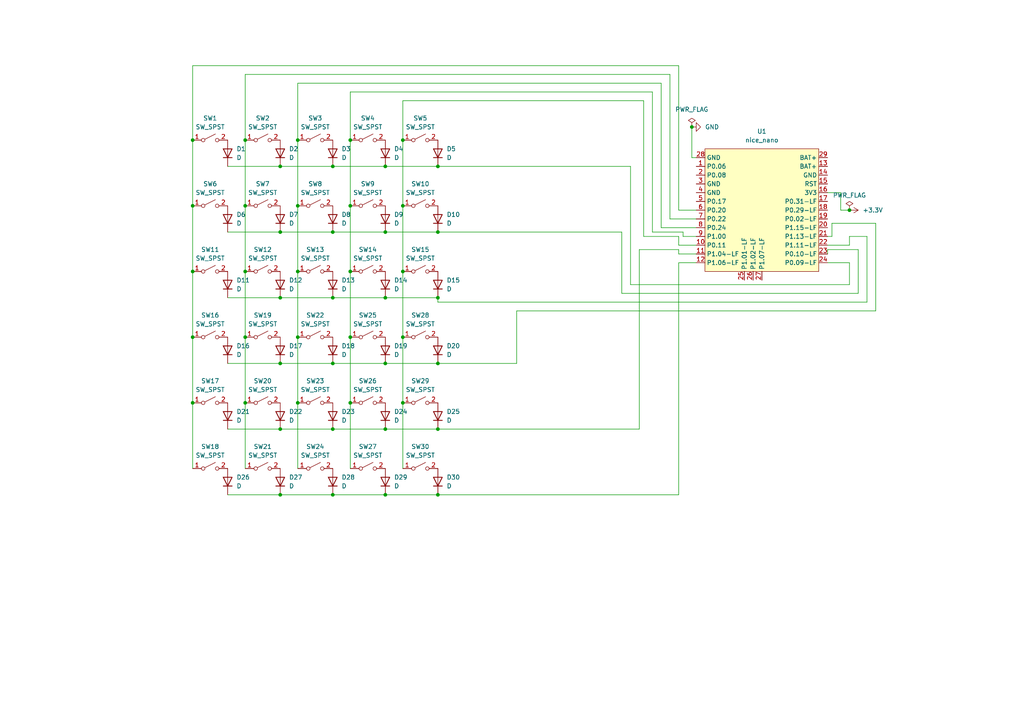
<source format=kicad_sch>
(kicad_sch (version 20231120) (generator "eeschema") (generator_version "8.0")
  (paper "A4")
  (lib_symbols
    (symbol "Device:D" (pin_numbers hide) (pin_names (offset 1.016) hide)
      (property "Reference" "D" (at 0 2.54 0))
      (property "Value" "D" (at 0 -2.54 0))
      (symbol "D_0_1"
        (polyline (pts (xy -1.27 1.27) (xy -1.27 -1.27)) (stroke (width 0.254)))
        (polyline (pts (xy 1.27 0) (xy -1.27 0)))
        (polyline (pts (xy 1.27 1.27) (xy 1.27 -1.27) (xy -1.27 0) (xy 1.27 1.27)) (stroke (width 0.254)))
      )
      (symbol "D_1_1"
        (pin passive line (at -3.81 0 0) (length 2.54) (name "K") (number "1"))
        (pin passive line (at 3.81 0 180) (length 2.54) (name "A") (number "2"))
      )
    )
    (symbol "ProMicro Footprint:nice_nano" (in_bom no)
      (property "Reference" "U" (at 0 22.86 0))
      (property "Value" "nice_nano" (at 0 20.32 0))
      (symbol "nice_nano_0_0"
        (pin bidirectional line (at -19.05 13.97 0) (length 2.54) (name "P0.06") (number "1"))
        (pin bidirectional line (at -19.05 -8.89 0) (length 2.54) (name "P0.11") (number "10"))
        (pin bidirectional line (at -19.05 -11.43 0) (length 2.54) (name "P1.04-LF") (number "11"))
        (pin bidirectional line (at -19.05 -13.97 0) (length 2.54) (name "P1.06-LF") (number "12"))
        (pin power_out line (at 19.05 11.43 180) (length 2.54) (name "GND") (number "14"))
        (pin bidirectional line (at 19.05 8.89 180) (length 2.54) (name "RST") (number "15"))
        (pin bidirectional line (at 19.05 3.81 180) (length 2.54) (name "P0.31-LF") (number "17"))
        (pin bidirectional line (at 19.05 1.27 180) (length 2.54) (name "P0.29-LF") (number "18"))
        (pin bidirectional line (at 19.05 -1.27 180) (length 2.54) (name "P0.02-LF") (number "19"))
        (pin bidirectional line (at -19.05 11.43 0) (length 2.54) (name "P0.08") (number "2"))
        (pin bidirectional line (at 19.05 -3.81 180) (length 2.54) (name "P1.15-LF") (number "20"))
        (pin bidirectional line (at 19.05 -6.35 180) (length 2.54) (name "P1.13-LF") (number "21"))
        (pin bidirectional line (at 19.05 -8.89 180) (length 2.54) (name "P1.11-LF") (number "22"))
        (pin bidirectional line (at 19.05 -13.97 180) (length 2.54) (name "P0.09-LF") (number "24"))
        (pin power_out line (at -19.05 8.89 0) (length 2.54) (name "GND") (number "3"))
        (pin power_out line (at -19.05 6.35 0) (length 2.54) (name "GND") (number "4"))
        (pin bidirectional line (at -19.05 3.81 0) (length 2.54) (name "P0.17") (number "5"))
        (pin bidirectional line (at -19.05 1.27 0) (length 2.54) (name "P0.20") (number "6"))
        (pin bidirectional line (at -19.05 -1.27 0) (length 2.54) (name "P0.22") (number "7"))
        (pin bidirectional line (at -19.05 -3.81 0) (length 2.54) (name "P0.24") (number "8"))
        (pin bidirectional line (at -19.05 -6.35 0) (length 2.54) (name "P1.00") (number "9"))
      )
      (symbol "nice_nano_1_0"
        (pin power_out line (at 19.05 13.97 180) (length 2.54) (name "BAT+") (number "13"))
        (pin power_out line (at 19.05 6.35 180) (length 2.54) (name "3V3") (number "16"))
        (pin bidirectional line (at 19.05 -11.43 180) (length 2.54) (name "P0.10-LF") (number "23"))
        (pin bidirectional line (at -5.08 -19.05 90) (length 2.54) (name "P1.01-LF") (number "25"))
        (pin bidirectional line (at -2.54 -19.05 90) (length 2.54) (name "P1.02-LF") (number "26"))
        (pin bidirectional line (at 0 -19.05 90) (length 2.54) (name "P1.07-LF") (number "27"))
        (pin power_out line (at -19.05 16.51 0) (length 2.54) (name "GND") (number "28"))
        (pin power_out line (at 19.05 16.51 180) (length 2.54) (name "BAT+") (number "29"))
      )
      (symbol "nice_nano_1_1"
        (rectangle (start -16.51 19.05) (end 16.51 -16.51) (fill (type background)))
      )
    )
    (symbol "Switch:SW_SPST" (pin_names (offset 0) hide)
      (property "Reference" "SW" (at 0 3.175 0))
      (property "Value" "SW_SPST" (at 0 -2.54 0))
      (symbol "SW_SPST_0_0"
        (circle (center -2.032 0) (radius 0.508))
        (polyline (pts (xy -1.524 0.254) (xy 1.524 1.778)))
        (circle (center 2.032 0) (radius 0.508))
      )
      (symbol "SW_SPST_1_1"
        (pin passive line (at -5.08 0 0) (length 2.54) (name "A") (number "1"))
        (pin passive line (at 5.08 0 180) (length 2.54) (name "B") (number "2"))
      )
    )
    (symbol "power:+3.3V" (power) (pin_numbers hide) (pin_names (offset 0) hide)
      (property "Value" "+3.3V" (at 0 3.556 0))
      (symbol "+3.3V_0_1"
        (polyline (pts (xy -0.762 1.27) (xy 0 2.54)))
        (polyline (pts (xy 0 0) (xy 0 2.54)))
        (polyline (pts (xy 0 2.54) (xy 0.762 1.27)))
      )
      (symbol "+3.3V_1_1"
        (pin power_in line (at 0 0 90) (length 0) (name "~") (number "1"))
      )
    )
    (symbol "power:GND" (power) (pin_numbers hide) (pin_names (offset 0) hide)
      (property "Value" "GND" (at 0 -3.81 0))
      (symbol "GND_0_1"
        (polyline (pts (xy 0 0) (xy 0 -1.27) (xy 1.27 -1.27) (xy 0 -2.54) (xy -1.27 -1.27) (xy 0 -1.27)))
      )
      (symbol "GND_1_1"
        (pin power_in line (at 0 0 270) (length 0) (name "~") (number "1"))
      )
    )
    (symbol "power:PWR_FLAG" (power) (pin_numbers hide) (pin_names (offset 0) hide)
      (property "Value" "PWR_FLAG" (at 0 3.81 0))
      (symbol "PWR_FLAG_0_0"
        (pin power_out line (at 0 0 90) (length 0) (name "~") (number "1"))
      )
      (symbol "PWR_FLAG_0_1"
        (polyline (pts (xy 0 0) (xy 0 1.27) (xy -1.016 1.905) (xy 0 2.54) (xy 1.016 1.905) (xy 0 1.27)))
      )
    )
  )
  (junction (at 55.88 97.79))
  (junction (at 127 67.31))
  (junction (at 111.76 105.41))
  (junction (at 116.84 59.69))
  (junction (at 86.36 59.69))
  (junction (at 86.36 116.84))
  (junction (at 71.12 78.74))
  (junction (at 96.52 48.26))
  (junction (at 81.28 124.46))
  (junction (at 127 86.36))
  (junction (at 111.76 124.46))
  (junction (at 111.76 86.36))
  (junction (at 81.28 143.51))
  (junction (at 81.28 86.36))
  (junction (at 116.84 78.74))
  (junction (at 86.36 40.64))
  (junction (at 101.6 116.84))
  (junction (at 96.52 67.31))
  (junction (at 111.76 67.31))
  (junction (at 71.12 116.84))
  (junction (at 116.84 116.84))
  (junction (at 96.52 86.36))
  (junction (at 116.84 97.79))
  (junction (at 101.6 59.69))
  (junction (at 96.52 124.46))
  (junction (at 200.66 36.83))
  (junction (at 111.76 143.51))
  (junction (at 71.12 97.79))
  (junction (at 71.12 40.64))
  (junction (at 86.36 97.79))
  (junction (at 71.12 59.69))
  (junction (at 127 143.51))
  (junction (at 96.52 105.41))
  (junction (at 111.76 48.26))
  (junction (at 86.36 78.74))
  (junction (at 127 124.46))
  (junction (at 246.38 60.96))
  (junction (at 127 105.41))
  (junction (at 55.88 40.64))
  (junction (at 81.28 105.41))
  (junction (at 101.6 97.79))
  (junction (at 55.88 59.69))
  (junction (at 96.52 143.51))
  (junction (at 127 48.26))
  (junction (at 55.88 116.84))
  (junction (at 116.84 40.64))
  (junction (at 81.28 67.31))
  (junction (at 55.88 78.74))
  (junction (at 101.6 40.64))
  (junction (at 81.28 48.26))
  (junction (at 101.6 78.74))
  (wire (pts (xy 240.03 72.39) (xy 248.92 72.39)))
  (wire (pts (xy 182.88 82.55) (xy 182.88 48.26)))
  (wire (pts (xy 86.36 116.84) (xy 86.36 135.89)))
  (wire (pts (xy 201.93 60.96) (xy 196.85 60.96)))
  (wire (pts (xy 116.84 116.84) (xy 116.84 135.89)))
  (wire (pts (xy 243.84 55.88) (xy 243.84 60.96)))
  (wire (pts (xy 196.85 71.12) (xy 196.85 68.58)))
  (wire (pts (xy 191.77 66.04) (xy 201.93 66.04)))
  (wire (pts (xy 71.12 97.79) (xy 71.12 116.84)))
  (wire (pts (xy 186.69 68.58) (xy 186.69 29.21)))
  (wire (pts (xy 251.46 68.58) (xy 251.46 87.63)))
  (wire (pts (xy 246.38 76.2) (xy 246.38 82.55)))
  (wire (pts (xy 185.42 124.46) (xy 127 124.46)))
  (wire (pts (xy 243.84 60.96) (xy 246.38 60.96)))
  (wire (pts (xy 198.12 68.58) (xy 198.12 67.31)))
  (wire (pts (xy 66.04 48.26) (xy 81.28 48.26)))
  (wire (pts (xy 66.04 143.51) (xy 81.28 143.51)))
  (wire (pts (xy 196.85 68.58) (xy 186.69 68.58)))
  (wire (pts (xy 240.03 55.88) (xy 243.84 55.88)))
  (wire (pts (xy 116.84 78.74) (xy 116.84 97.79)))
  (wire (pts (xy 240.03 72.39) (xy 240.03 73.66)))
  (wire (pts (xy 81.28 48.26) (xy 96.52 48.26)))
  (wire (pts (xy 55.88 116.84) (xy 55.88 135.89)))
  (wire (pts (xy 200.66 45.72) (xy 201.93 45.72)))
  (wire (pts (xy 66.04 67.31) (xy 81.28 67.31)))
  (wire (pts (xy 111.76 105.41) (xy 127 105.41)))
  (wire (pts (xy 246.38 71.12) (xy 246.38 68.58)))
  (wire (pts (xy 196.85 19.05) (xy 55.88 19.05)))
  (wire (pts (xy 189.23 26.67) (xy 101.6 26.67)))
  (wire (pts (xy 81.28 86.36) (xy 96.52 86.36)))
  (wire (pts (xy 246.38 82.55) (xy 182.88 82.55)))
  (wire (pts (xy 101.6 116.84) (xy 101.6 135.89)))
  (wire (pts (xy 191.77 24.13) (xy 191.77 66.04)))
  (wire (pts (xy 254 64.77) (xy 254 90.17)))
  (wire (pts (xy 241.3 64.77) (xy 241.3 68.58)))
  (wire (pts (xy 66.04 124.46) (xy 81.28 124.46)))
  (wire (pts (xy 55.88 59.69) (xy 55.88 78.74)))
  (wire (pts (xy 55.88 97.79) (xy 55.88 116.84)))
  (wire (pts (xy 196.85 76.2) (xy 201.93 76.2)))
  (wire (pts (xy 194.31 21.59) (xy 71.12 21.59)))
  (wire (pts (xy 111.76 48.26) (xy 127 48.26)))
  (wire (pts (xy 241.3 64.77) (xy 254 64.77)))
  (wire (pts (xy 201.93 73.66) (xy 196.85 73.66)))
  (wire (pts (xy 198.12 67.31) (xy 189.23 67.31)))
  (wire (pts (xy 196.85 19.05) (xy 196.85 60.96)))
  (wire (pts (xy 96.52 48.26) (xy 111.76 48.26)))
  (wire (pts (xy 111.76 86.36) (xy 127 86.36)))
  (wire (pts (xy 194.31 63.5) (xy 201.93 63.5)))
  (wire (pts (xy 55.88 19.05) (xy 55.88 40.64)))
  (wire (pts (xy 81.28 105.41) (xy 96.52 105.41)))
  (wire (pts (xy 116.84 97.79) (xy 116.84 116.84)))
  (wire (pts (xy 71.12 116.84) (xy 71.12 135.89)))
  (wire (pts (xy 189.23 26.67) (xy 189.23 67.31)))
  (wire (pts (xy 185.42 72.39) (xy 185.42 124.46)))
  (wire (pts (xy 71.12 59.69) (xy 71.12 78.74)))
  (wire (pts (xy 116.84 29.21) (xy 116.84 40.64)))
  (wire (pts (xy 66.04 105.41) (xy 81.28 105.41)))
  (wire (pts (xy 101.6 97.79) (xy 101.6 116.84)))
  (wire (pts (xy 186.69 29.21) (xy 116.84 29.21)))
  (wire (pts (xy 191.77 24.13) (xy 86.36 24.13)))
  (wire (pts (xy 180.34 67.31) (xy 127 67.31)))
  (wire (pts (xy 55.88 78.74) (xy 55.88 97.79)))
  (wire (pts (xy 251.46 87.63) (xy 127 87.63)))
  (wire (pts (xy 101.6 78.74) (xy 101.6 97.79)))
  (wire (pts (xy 96.52 67.31) (xy 111.76 67.31)))
  (wire (pts (xy 81.28 124.46) (xy 96.52 124.46)))
  (wire (pts (xy 96.52 143.51) (xy 111.76 143.51)))
  (wire (pts (xy 101.6 26.67) (xy 101.6 40.64)))
  (wire (pts (xy 101.6 40.64) (xy 101.6 59.69)))
  (wire (pts (xy 246.38 68.58) (xy 251.46 68.58)))
  (wire (pts (xy 96.52 105.41) (xy 111.76 105.41)))
  (wire (pts (xy 55.88 40.64) (xy 55.88 59.69)))
  (wire (pts (xy 194.31 21.59) (xy 194.31 63.5)))
  (wire (pts (xy 149.86 105.41) (xy 127 105.41)))
  (wire (pts (xy 149.86 90.17) (xy 149.86 105.41)))
  (wire (pts (xy 240.03 76.2) (xy 246.38 76.2)))
  (wire (pts (xy 254 90.17) (xy 149.86 90.17)))
  (wire (pts (xy 86.36 97.79) (xy 86.36 116.84)))
  (wire (pts (xy 200.66 36.83) (xy 200.66 45.72)))
  (wire (pts (xy 71.12 78.74) (xy 71.12 97.79)))
  (wire (pts (xy 66.04 86.36) (xy 81.28 86.36)))
  (wire (pts (xy 86.36 24.13) (xy 86.36 40.64)))
  (wire (pts (xy 81.28 67.31) (xy 96.52 67.31)))
  (wire (pts (xy 182.88 48.26) (xy 127 48.26)))
  (wire (pts (xy 111.76 67.31) (xy 127 67.31)))
  (wire (pts (xy 196.85 73.66) (xy 196.85 72.39)))
  (wire (pts (xy 127 87.63) (xy 127 86.36)))
  (wire (pts (xy 116.84 40.64) (xy 116.84 59.69)))
  (wire (pts (xy 248.92 72.39) (xy 248.92 85.09)))
  (wire (pts (xy 116.84 59.69) (xy 116.84 78.74)))
  (wire (pts (xy 241.3 68.58) (xy 240.03 68.58)))
  (wire (pts (xy 180.34 85.09) (xy 180.34 67.31)))
  (wire (pts (xy 81.28 143.51) (xy 96.52 143.51)))
  (wire (pts (xy 86.36 59.69) (xy 86.36 78.74)))
  (wire (pts (xy 96.52 86.36) (xy 111.76 86.36)))
  (wire (pts (xy 196.85 76.2) (xy 196.85 143.51)))
  (wire (pts (xy 86.36 40.64) (xy 86.36 59.69)))
  (wire (pts (xy 240.03 71.12) (xy 246.38 71.12)))
  (wire (pts (xy 101.6 59.69) (xy 101.6 78.74)))
  (wire (pts (xy 196.85 72.39) (xy 185.42 72.39)))
  (wire (pts (xy 201.93 68.58) (xy 198.12 68.58)))
  (wire (pts (xy 196.85 143.51) (xy 127 143.51)))
  (wire (pts (xy 71.12 21.59) (xy 71.12 40.64)))
  (wire (pts (xy 86.36 78.74) (xy 86.36 97.79)))
  (wire (pts (xy 111.76 124.46) (xy 127 124.46)))
  (wire (pts (xy 71.12 40.64) (xy 71.12 59.69)))
  (wire (pts (xy 111.76 143.51) (xy 127 143.51)))
  (wire (pts (xy 196.85 71.12) (xy 201.93 71.12)))
  (wire (pts (xy 96.52 124.46) (xy 111.76 124.46)))
  (wire (pts (xy 248.92 85.09) (xy 180.34 85.09)))
  (symbol (lib_id "Switch:SW_SPST") (at 91.44 40.64 0) (unit 1)
    (property "Reference" "SW3" (at 91.44 34.29 0))
    (property "Value" "SW_SPST" (at 91.44 36.83 0))
    (property "Footprint" "TS-1088-AR02016 SPST Tactile:SW_TS-1088-AR02016" (effects (hide yes)))
    (property "Description" "Single Pole Single Throw (SPST) switch" (effects (hide yes)))
  )
  (symbol (lib_id "Device:D") (at 81.28 82.55 90) (unit 1)
    (property "Reference" "D12" (at 83.82 81.2799 90) (effects (justify right)))
    (property "Value" "D" (at 83.82 83.8199 90) (effects (justify right)))
    (property "Footprint" "1N4148W-E3-08 Diode:SOD-123_VISHAY" (effects (hide yes)))
    (property "Description" "Diode" (effects (hide yes)))
    (property "Sim.Device" "D" (effects (hide yes)))
    (property "Sim.Pins" "1=K 2=A" (effects (hide yes)))
  )
  (symbol (lib_id "Switch:SW_SPST") (at 76.2 78.74 0) (unit 1)
    (property "Reference" "SW12" (at 76.2 72.39 0))
    (property "Value" "SW_SPST" (at 76.2 74.93 0))
    (property "Footprint" "TS-1088-AR02016 SPST Tactile:SW_TS-1088-AR02016" (effects (hide yes)))
    (property "Description" "Single Pole Single Throw (SPST) switch" (effects (hide yes)))
  )
  (symbol (lib_id "power:GND") (at 200.66 36.83 90) (unit 1)
    (property "Reference" "#PWR02" (effects (hide yes)))
    (property "Value" "GND" (at 204.47 36.8299 90) (effects (justify right)))
    (property "Description" "Power symbol creates a global label with name \"GND\" , ground" (effects (hide yes)))
  )
  (symbol (lib_id "Switch:SW_SPST") (at 106.68 116.84 0) (unit 1)
    (property "Reference" "SW26" (at 106.68 110.49 0))
    (property "Value" "SW_SPST" (at 106.68 113.03 0))
    (property "Footprint" "TS-1088-AR02016 SPST Tactile:SW_TS-1088-AR02016" (effects (hide yes)))
    (property "Description" "Single Pole Single Throw (SPST) switch" (effects (hide yes)))
  )
  (symbol (lib_id "Device:D") (at 96.52 82.55 90) (unit 1)
    (property "Reference" "D13" (at 99.06 81.2799 90) (effects (justify right)))
    (property "Value" "D" (at 99.06 83.8199 90) (effects (justify right)))
    (property "Footprint" "1N4148W-E3-08 Diode:SOD-123_VISHAY" (effects (hide yes)))
    (property "Description" "Diode" (effects (hide yes)))
    (property "Sim.Device" "D" (effects (hide yes)))
    (property "Sim.Pins" "1=K 2=A" (effects (hide yes)))
  )
  (symbol (lib_id "Switch:SW_SPST") (at 76.2 59.69 0) (unit 1)
    (property "Reference" "SW7" (at 76.2 53.34 0))
    (property "Value" "SW_SPST" (at 76.2 55.88 0))
    (property "Footprint" "TS-1088-AR02016 SPST Tactile:SW_TS-1088-AR02016" (effects (hide yes)))
    (property "Description" "Single Pole Single Throw (SPST) switch" (effects (hide yes)))
  )
  (symbol (lib_id "Device:D") (at 127 139.7 90) (unit 1)
    (property "Reference" "D30" (at 129.54 138.4299 90) (effects (justify right)))
    (property "Value" "D" (at 129.54 140.9699 90) (effects (justify right)))
    (property "Footprint" "1N4148W-E3-08 Diode:SOD-123_VISHAY" (effects (hide yes)))
    (property "Description" "Diode" (effects (hide yes)))
    (property "Sim.Device" "D" (effects (hide yes)))
    (property "Sim.Pins" "1=K 2=A" (effects (hide yes)))
  )
  (symbol (lib_id "Device:D") (at 127 44.45 90) (unit 1)
    (property "Reference" "D5" (at 129.54 43.1799 90) (effects (justify right)))
    (property "Value" "D" (at 129.54 45.7199 90) (effects (justify right)))
    (property "Footprint" "1N4148W-E3-08 Diode:SOD-123_VISHAY" (effects (hide yes)))
    (property "Description" "Diode" (effects (hide yes)))
    (property "Sim.Device" "D" (effects (hide yes)))
    (property "Sim.Pins" "1=K 2=A" (effects (hide yes)))
  )
  (symbol (lib_id "Switch:SW_SPST") (at 60.96 78.74 0) (unit 1)
    (property "Reference" "SW11" (at 60.96 72.39 0))
    (property "Value" "SW_SPST" (at 60.96 74.93 0))
    (property "Footprint" "TS-1088-AR02016 SPST Tactile:SW_TS-1088-AR02016" (effects (hide yes)))
    (property "Description" "Single Pole Single Throw (SPST) switch" (effects (hide yes)))
  )
  (symbol (lib_id "Switch:SW_SPST") (at 60.96 135.89 0) (unit 1)
    (property "Reference" "SW18" (at 60.96 129.54 0))
    (property "Value" "SW_SPST" (at 60.96 132.08 0))
    (property "Footprint" "TS-1088-AR02016 SPST Tactile:SW_TS-1088-AR02016" (effects (hide yes)))
    (property "Description" "Single Pole Single Throw (SPST) switch" (effects (hide yes)))
  )
  (symbol (lib_id "Device:D") (at 66.04 63.5 90) (unit 1)
    (property "Reference" "D6" (at 68.58 62.2299 90) (effects (justify right)))
    (property "Value" "D" (at 68.58 64.7699 90) (effects (justify right)))
    (property "Footprint" "1N4148W-E3-08 Diode:SOD-123_VISHAY" (effects (hide yes)))
    (property "Description" "Diode" (effects (hide yes)))
    (property "Sim.Device" "D" (effects (hide yes)))
    (property "Sim.Pins" "1=K 2=A" (effects (hide yes)))
  )
  (symbol (lib_id "Device:D") (at 111.76 63.5 90) (unit 1)
    (property "Reference" "D9" (at 114.3 62.2299 90) (effects (justify right)))
    (property "Value" "D" (at 114.3 64.7699 90) (effects (justify right)))
    (property "Footprint" "1N4148W-E3-08 Diode:SOD-123_VISHAY" (effects (hide yes)))
    (property "Description" "Diode" (effects (hide yes)))
    (property "Sim.Device" "D" (effects (hide yes)))
    (property "Sim.Pins" "1=K 2=A" (effects (hide yes)))
  )
  (symbol (lib_id "Device:D") (at 66.04 44.45 90) (unit 1)
    (property "Reference" "D1" (at 68.58 43.1799 90) (effects (justify right)))
    (property "Value" "D" (at 68.58 45.7199 90) (effects (justify right)))
    (property "Footprint" "1N4148W-E3-08 Diode:SOD-123_VISHAY" (effects (hide yes)))
    (property "Description" "Diode" (effects (hide yes)))
    (property "Sim.Device" "D" (effects (hide yes)))
    (property "Sim.Pins" "1=K 2=A" (effects (hide yes)))
  )
  (symbol (lib_id "Device:D") (at 81.28 139.7 90) (unit 1)
    (property "Reference" "D27" (at 83.82 138.4299 90) (effects (justify right)))
    (property "Value" "D" (at 83.82 140.9699 90) (effects (justify right)))
    (property "Footprint" "1N4148W-E3-08 Diode:SOD-123_VISHAY" (effects (hide yes)))
    (property "Description" "Diode" (effects (hide yes)))
    (property "Sim.Device" "D" (effects (hide yes)))
    (property "Sim.Pins" "1=K 2=A" (effects (hide yes)))
  )
  (symbol (lib_id "Switch:SW_SPST") (at 91.44 59.69 0) (unit 1)
    (property "Reference" "SW8" (at 91.44 53.34 0))
    (property "Value" "SW_SPST" (at 91.44 55.88 0))
    (property "Footprint" "TS-1088-AR02016 SPST Tactile:SW_TS-1088-AR02016" (effects (hide yes)))
    (property "Description" "Single Pole Single Throw (SPST) switch" (effects (hide yes)))
  )
  (symbol (lib_id "Switch:SW_SPST") (at 76.2 116.84 0) (unit 1)
    (property "Reference" "SW20" (at 76.2 110.49 0))
    (property "Value" "SW_SPST" (at 76.2 113.03 0))
    (property "Footprint" "TS-1088-AR02016 SPST Tactile:SW_TS-1088-AR02016" (effects (hide yes)))
    (property "Description" "Single Pole Single Throw (SPST) switch" (effects (hide yes)))
  )
  (symbol (lib_id "Switch:SW_SPST") (at 121.92 40.64 0) (unit 1)
    (property "Reference" "SW5" (at 121.92 34.29 0))
    (property "Value" "SW_SPST" (at 121.92 36.83 0))
    (property "Footprint" "TS-1088-AR02016 SPST Tactile:SW_TS-1088-AR02016" (effects (hide yes)))
    (property "Description" "Single Pole Single Throw (SPST) switch" (effects (hide yes)))
  )
  (symbol (lib_id "Device:D") (at 66.04 82.55 90) (unit 1)
    (property "Reference" "D11" (at 68.58 81.2799 90) (effects (justify right)))
    (property "Value" "D" (at 68.58 83.8199 90) (effects (justify right)))
    (property "Footprint" "1N4148W-E3-08 Diode:SOD-123_VISHAY" (effects (hide yes)))
    (property "Description" "Diode" (effects (hide yes)))
    (property "Sim.Device" "D" (effects (hide yes)))
    (property "Sim.Pins" "1=K 2=A" (effects (hide yes)))
  )
  (symbol (lib_id "Switch:SW_SPST") (at 60.96 116.84 0) (unit 1)
    (property "Reference" "SW17" (at 60.96 110.49 0))
    (property "Value" "SW_SPST" (at 60.96 113.03 0))
    (property "Footprint" "TS-1088-AR02016 SPST Tactile:SW_TS-1088-AR02016" (effects (hide yes)))
    (property "Description" "Single Pole Single Throw (SPST) switch" (effects (hide yes)))
  )
  (symbol (lib_id "Switch:SW_SPST") (at 91.44 78.74 0) (unit 1)
    (property "Reference" "SW13" (at 91.44 72.39 0))
    (property "Value" "SW_SPST" (at 91.44 74.93 0))
    (property "Footprint" "TS-1088-AR02016 SPST Tactile:SW_TS-1088-AR02016" (effects (hide yes)))
    (property "Description" "Single Pole Single Throw (SPST) switch" (effects (hide yes)))
  )
  (symbol (lib_id "Switch:SW_SPST") (at 60.96 97.79 0) (unit 1)
    (property "Reference" "SW16" (at 60.96 91.44 0))
    (property "Value" "SW_SPST" (at 60.96 93.98 0))
    (property "Footprint" "TS-1088-AR02016 SPST Tactile:SW_TS-1088-AR02016" (effects (hide yes)))
    (property "Description" "Single Pole Single Throw (SPST) switch" (effects (hide yes)))
  )
  (symbol (lib_id "Device:D") (at 96.52 139.7 90) (unit 1)
    (property "Reference" "D28" (at 99.06 138.4299 90) (effects (justify right)))
    (property "Value" "D" (at 99.06 140.9699 90) (effects (justify right)))
    (property "Footprint" "1N4148W-E3-08 Diode:SOD-123_VISHAY" (effects (hide yes)))
    (property "Description" "Diode" (effects (hide yes)))
    (property "Sim.Device" "D" (effects (hide yes)))
    (property "Sim.Pins" "1=K 2=A" (effects (hide yes)))
  )
  (symbol (lib_id "Device:D") (at 66.04 139.7 90) (unit 1)
    (property "Reference" "D26" (at 68.58 138.4299 90) (effects (justify right)))
    (property "Value" "D" (at 68.58 140.9699 90) (effects (justify right)))
    (property "Footprint" "1N4148W-E3-08 Diode:SOD-123_VISHAY" (effects (hide yes)))
    (property "Description" "Diode" (effects (hide yes)))
    (property "Sim.Device" "D" (effects (hide yes)))
    (property "Sim.Pins" "1=K 2=A" (effects (hide yes)))
  )
  (symbol (lib_id "Device:D") (at 81.28 120.65 90) (unit 1)
    (property "Reference" "D22" (at 83.82 119.3799 90) (effects (justify right)))
    (property "Value" "D" (at 83.82 121.9199 90) (effects (justify right)))
    (property "Footprint" "1N4148W-E3-08 Diode:SOD-123_VISHAY" (effects (hide yes)))
    (property "Description" "Diode" (effects (hide yes)))
    (property "Sim.Device" "D" (effects (hide yes)))
    (property "Sim.Pins" "1=K 2=A" (effects (hide yes)))
  )
  (symbol (lib_id "Switch:SW_SPST") (at 106.68 97.79 0) (unit 1)
    (property "Reference" "SW25" (at 106.68 91.44 0))
    (property "Value" "SW_SPST" (at 106.68 93.98 0))
    (property "Footprint" "TS-1088-AR02016 SPST Tactile:SW_TS-1088-AR02016" (effects (hide yes)))
    (property "Description" "Single Pole Single Throw (SPST) switch" (effects (hide yes)))
  )
  (symbol (lib_id "Device:D") (at 66.04 101.6 90) (unit 1)
    (property "Reference" "D16" (at 68.58 100.3299 90) (effects (justify right)))
    (property "Value" "D" (at 68.58 102.8699 90) (effects (justify right)))
    (property "Footprint" "1N4148W-E3-08 Diode:SOD-123_VISHAY" (effects (hide yes)))
    (property "Description" "Diode" (effects (hide yes)))
    (property "Sim.Device" "D" (effects (hide yes)))
    (property "Sim.Pins" "1=K 2=A" (effects (hide yes)))
  )
  (symbol (lib_id "Switch:SW_SPST") (at 91.44 97.79 0) (unit 1)
    (property "Reference" "SW22" (at 91.44 91.44 0))
    (property "Value" "SW_SPST" (at 91.44 93.98 0))
    (property "Footprint" "TS-1088-AR02016 SPST Tactile:SW_TS-1088-AR02016" (effects (hide yes)))
    (property "Description" "Single Pole Single Throw (SPST) switch" (effects (hide yes)))
  )
  (symbol (lib_id "Device:D") (at 96.52 44.45 90) (unit 1)
    (property "Reference" "D3" (at 99.06 43.1799 90) (effects (justify right)))
    (property "Value" "D" (at 99.06 45.7199 90) (effects (justify right)))
    (property "Footprint" "1N4148W-E3-08 Diode:SOD-123_VISHAY" (effects (hide yes)))
    (property "Description" "Diode" (effects (hide yes)))
    (property "Sim.Device" "D" (effects (hide yes)))
    (property "Sim.Pins" "1=K 2=A" (effects (hide yes)))
  )
  (symbol (lib_id "Device:D") (at 81.28 101.6 90) (unit 1)
    (property "Reference" "D17" (at 83.82 100.3299 90) (effects (justify right)))
    (property "Value" "D" (at 83.82 102.8699 90) (effects (justify right)))
    (property "Footprint" "1N4148W-E3-08 Diode:SOD-123_VISHAY" (effects (hide yes)))
    (property "Description" "Diode" (effects (hide yes)))
    (property "Sim.Device" "D" (effects (hide yes)))
    (property "Sim.Pins" "1=K 2=A" (effects (hide yes)))
  )
  (symbol (lib_id "Device:D") (at 81.28 44.45 90) (unit 1)
    (property "Reference" "D2" (at 83.82 43.1799 90) (effects (justify right)))
    (property "Value" "D" (at 83.82 45.7199 90) (effects (justify right)))
    (property "Footprint" "1N4148W-E3-08 Diode:SOD-123_VISHAY" (effects (hide yes)))
    (property "Description" "Diode" (effects (hide yes)))
    (property "Sim.Device" "D" (effects (hide yes)))
    (property "Sim.Pins" "1=K 2=A" (effects (hide yes)))
  )
  (symbol (lib_id "Switch:SW_SPST") (at 76.2 135.89 0) (unit 1)
    (property "Reference" "SW21" (at 76.2 129.54 0))
    (property "Value" "SW_SPST" (at 76.2 132.08 0))
    (property "Footprint" "TS-1088-AR02016 SPST Tactile:SW_TS-1088-AR02016" (effects (hide yes)))
    (property "Description" "Single Pole Single Throw (SPST) switch" (effects (hide yes)))
  )
  (symbol (lib_id "Device:D") (at 127 63.5 90) (unit 1)
    (property "Reference" "D10" (at 129.54 62.2299 90) (effects (justify right)))
    (property "Value" "D" (at 129.54 64.7699 90) (effects (justify right)))
    (property "Footprint" "1N4148W-E3-08 Diode:SOD-123_VISHAY" (effects (hide yes)))
    (property "Description" "Diode" (effects (hide yes)))
    (property "Sim.Device" "D" (effects (hide yes)))
    (property "Sim.Pins" "1=K 2=A" (effects (hide yes)))
  )
  (symbol (lib_id "power:PWR_FLAG") (at 246.38 60.96 0) (unit 1)
    (property "Reference" "#FLG03" (effects (hide yes)))
    (property "Value" "PWR_FLAG" (at 246.38 56.642 0))
    (property "Description" "Special symbol for telling ERC where power comes from" (effects (hide yes)))
  )
  (symbol (lib_id "Switch:SW_SPST") (at 91.44 116.84 0) (unit 1)
    (property "Reference" "SW23" (at 91.44 110.49 0))
    (property "Value" "SW_SPST" (at 91.44 113.03 0))
    (property "Footprint" "TS-1088-AR02016 SPST Tactile:SW_TS-1088-AR02016" (effects (hide yes)))
    (property "Description" "Single Pole Single Throw (SPST) switch" (effects (hide yes)))
  )
  (symbol (lib_id "power:+3.3V") (at 246.38 60.96 270) (unit 1)
    (property "Reference" "#PWR03" (effects (hide yes)))
    (property "Value" "+3.3V" (at 250.19 60.9599 90) (effects (justify left)))
    (property "Description" "Power symbol creates a global label with name \"+3.3V\"" (effects (hide yes)))
  )
  (symbol (lib_id "Switch:SW_SPST") (at 76.2 40.64 0) (unit 1)
    (property "Reference" "SW2" (at 76.2 34.29 0))
    (property "Value" "SW_SPST" (at 76.2 36.83 0))
    (property "Footprint" "TS-1088-AR02016 SPST Tactile:SW_TS-1088-AR02016" (effects (hide yes)))
    (property "Description" "Single Pole Single Throw (SPST) switch" (effects (hide yes)))
  )
  (symbol (lib_id "Switch:SW_SPST") (at 76.2 97.79 0) (unit 1)
    (property "Reference" "SW19" (at 76.2 91.44 0))
    (property "Value" "SW_SPST" (at 76.2 93.98 0))
    (property "Footprint" "TS-1088-AR02016 SPST Tactile:SW_TS-1088-AR02016" (effects (hide yes)))
    (property "Description" "Single Pole Single Throw (SPST) switch" (effects (hide yes)))
  )
  (symbol (lib_id "Switch:SW_SPST") (at 121.92 78.74 0) (unit 1)
    (property "Reference" "SW15" (at 121.92 72.39 0))
    (property "Value" "SW_SPST" (at 121.92 74.93 0))
    (property "Footprint" "TS-1088-AR02016 SPST Tactile:SW_TS-1088-AR02016" (effects (hide yes)))
    (property "Description" "Single Pole Single Throw (SPST) switch" (effects (hide yes)))
  )
  (symbol (lib_id "Switch:SW_SPST") (at 91.44 135.89 0) (unit 1)
    (property "Reference" "SW24" (at 91.44 129.54 0))
    (property "Value" "SW_SPST" (at 91.44 132.08 0))
    (property "Footprint" "TS-1088-AR02016 SPST Tactile:SW_TS-1088-AR02016" (effects (hide yes)))
    (property "Description" "Single Pole Single Throw (SPST) switch" (effects (hide yes)))
  )
  (symbol (lib_id "Device:D") (at 111.76 120.65 90) (unit 1)
    (property "Reference" "D24" (at 114.3 119.3799 90) (effects (justify right)))
    (property "Value" "D" (at 114.3 121.9199 90) (effects (justify right)))
    (property "Footprint" "1N4148W-E3-08 Diode:SOD-123_VISHAY" (effects (hide yes)))
    (property "Description" "Diode" (effects (hide yes)))
    (property "Sim.Device" "D" (effects (hide yes)))
    (property "Sim.Pins" "1=K 2=A" (effects (hide yes)))
  )
  (symbol (lib_id "Switch:SW_SPST") (at 106.68 59.69 0) (unit 1)
    (property "Reference" "SW9" (at 106.68 53.34 0))
    (property "Value" "SW_SPST" (at 106.68 55.88 0))
    (property "Footprint" "TS-1088-AR02016 SPST Tactile:SW_TS-1088-AR02016" (effects (hide yes)))
    (property "Description" "Single Pole Single Throw (SPST) switch" (effects (hide yes)))
  )
  (symbol (lib_id "Switch:SW_SPST") (at 60.96 40.64 0) (unit 1)
    (property "Reference" "SW1" (at 60.96 34.29 0))
    (property "Value" "SW_SPST" (at 60.96 36.83 0))
    (property "Footprint" "TS-1088-AR02016 SPST Tactile:SW_TS-1088-AR02016" (effects (hide yes)))
    (property "Description" "Single Pole Single Throw (SPST) switch" (effects (hide yes)))
  )
  (symbol (lib_id "Device:D") (at 81.28 63.5 90) (unit 1)
    (property "Reference" "D7" (at 83.82 62.2299 90) (effects (justify right)))
    (property "Value" "D" (at 83.82 64.7699 90) (effects (justify right)))
    (property "Footprint" "1N4148W-E3-08 Diode:SOD-123_VISHAY" (effects (hide yes)))
    (property "Description" "Diode" (effects (hide yes)))
    (property "Sim.Device" "D" (effects (hide yes)))
    (property "Sim.Pins" "1=K 2=A" (effects (hide yes)))
  )
  (symbol (lib_id "Device:D") (at 96.52 63.5 90) (unit 1)
    (property "Reference" "D8" (at 99.06 62.2299 90) (effects (justify right)))
    (property "Value" "D" (at 99.06 64.7699 90) (effects (justify right)))
    (property "Footprint" "1N4148W-E3-08 Diode:SOD-123_VISHAY" (effects (hide yes)))
    (property "Description" "Diode" (effects (hide yes)))
    (property "Sim.Device" "D" (effects (hide yes)))
    (property "Sim.Pins" "1=K 2=A" (effects (hide yes)))
  )
  (symbol (lib_id "Device:D") (at 111.76 82.55 90) (unit 1)
    (property "Reference" "D14" (at 114.3 81.2799 90) (effects (justify right)))
    (property "Value" "D" (at 114.3 83.8199 90) (effects (justify right)))
    (property "Footprint" "1N4148W-E3-08 Diode:SOD-123_VISHAY" (effects (hide yes)))
    (property "Description" "Diode" (effects (hide yes)))
    (property "Sim.Device" "D" (effects (hide yes)))
    (property "Sim.Pins" "1=K 2=A" (effects (hide yes)))
  )
  (symbol (lib_id "Switch:SW_SPST") (at 121.92 116.84 0) (unit 1)
    (property "Reference" "SW29" (at 121.92 110.49 0))
    (property "Value" "SW_SPST" (at 121.92 113.03 0))
    (property "Footprint" "TS-1088-AR02016 SPST Tactile:SW_TS-1088-AR02016" (effects (hide yes)))
    (property "Description" "Single Pole Single Throw (SPST) switch" (effects (hide yes)))
  )
  (symbol (lib_id "Device:D") (at 96.52 120.65 90) (unit 1)
    (property "Reference" "D23" (at 99.06 119.3799 90) (effects (justify right)))
    (property "Value" "D" (at 99.06 121.9199 90) (effects (justify right)))
    (property "Footprint" "1N4148W-E3-08 Diode:SOD-123_VISHAY" (effects (hide yes)))
    (property "Description" "Diode" (effects (hide yes)))
    (property "Sim.Device" "D" (effects (hide yes)))
    (property "Sim.Pins" "1=K 2=A" (effects (hide yes)))
  )
  (symbol (lib_id "Device:D") (at 66.04 120.65 90) (unit 1)
    (property "Reference" "D21" (at 68.58 119.3799 90) (effects (justify right)))
    (property "Value" "D" (at 68.58 121.9199 90) (effects (justify right)))
    (property "Footprint" "1N4148W-E3-08 Diode:SOD-123_VISHAY" (effects (hide yes)))
    (property "Description" "Diode" (effects (hide yes)))
    (property "Sim.Device" "D" (effects (hide yes)))
    (property "Sim.Pins" "1=K 2=A" (effects (hide yes)))
  )
  (symbol (lib_id "Device:D") (at 127 101.6 90) (unit 1)
    (property "Reference" "D20" (at 129.54 100.3299 90) (effects (justify right)))
    (property "Value" "D" (at 129.54 102.8699 90) (effects (justify right)))
    (property "Footprint" "1N4148W-E3-08 Diode:SOD-123_VISHAY" (effects (hide yes)))
    (property "Description" "Diode" (effects (hide yes)))
    (property "Sim.Device" "D" (effects (hide yes)))
    (property "Sim.Pins" "1=K 2=A" (effects (hide yes)))
  )
  (symbol (lib_id "Device:D") (at 127 120.65 90) (unit 1)
    (property "Reference" "D25" (at 129.54 119.3799 90) (effects (justify right)))
    (property "Value" "D" (at 129.54 121.9199 90) (effects (justify right)))
    (property "Footprint" "1N4148W-E3-08 Diode:SOD-123_VISHAY" (effects (hide yes)))
    (property "Description" "Diode" (effects (hide yes)))
    (property "Sim.Device" "D" (effects (hide yes)))
    (property "Sim.Pins" "1=K 2=A" (effects (hide yes)))
  )
  (symbol (lib_id "Switch:SW_SPST") (at 121.92 135.89 0) (unit 1)
    (property "Reference" "SW30" (at 121.92 129.54 0))
    (property "Value" "SW_SPST" (at 121.92 132.08 0))
    (property "Footprint" "TS-1088-AR02016 SPST Tactile:SW_TS-1088-AR02016" (effects (hide yes)))
    (property "Description" "Single Pole Single Throw (SPST) switch" (effects (hide yes)))
  )
  (symbol (lib_id "Switch:SW_SPST") (at 106.68 135.89 0) (unit 1)
    (property "Reference" "SW27" (at 106.68 129.54 0))
    (property "Value" "SW_SPST" (at 106.68 132.08 0))
    (property "Footprint" "TS-1088-AR02016 SPST Tactile:SW_TS-1088-AR02016" (effects (hide yes)))
    (property "Description" "Single Pole Single Throw (SPST) switch" (effects (hide yes)))
  )
  (symbol (lib_id "Device:D") (at 111.76 44.45 90) (unit 1)
    (property "Reference" "D4" (at 114.3 43.1799 90) (effects (justify right)))
    (property "Value" "D" (at 114.3 45.7199 90) (effects (justify right)))
    (property "Footprint" "1N4148W-E3-08 Diode:SOD-123_VISHAY" (effects (hide yes)))
    (property "Description" "Diode" (effects (hide yes)))
    (property "Sim.Device" "D" (effects (hide yes)))
    (property "Sim.Pins" "1=K 2=A" (effects (hide yes)))
  )
  (symbol (lib_id "power:PWR_FLAG") (at 200.66 36.83 0) (unit 1)
    (property "Reference" "#FLG01" (effects (hide yes)))
    (property "Value" "PWR_FLAG" (at 200.66 31.75 0))
    (property "Description" "Special symbol for telling ERC where power comes from" (effects (hide yes)))
  )
  (symbol (lib_id "ProMicro Footprint:nice_nano") (at 220.98 62.23 0) (unit 1) (in_bom no)
    (property "Reference" "U1" (at 220.98 38.1 0))
    (property "Value" "nice_nano" (at 220.98 40.64 0))
    (property "Footprint" "ProMicro:nice_nano_AH_USBup" (effects (hide yes)))
    (property "Datasheet" "https://nicekeyboards.com/docs/nice-nano/pinout-schematic" (effects (hide yes)))
    (property "Description" "Symbol for an nicekeyboards nice!nano" (effects (hide yes)))
  )
  (symbol (lib_id "Switch:SW_SPST") (at 106.68 40.64 0) (unit 1)
    (property "Reference" "SW4" (at 106.68 34.29 0))
    (property "Value" "SW_SPST" (at 106.68 36.83 0))
    (property "Footprint" "TS-1088-AR02016 SPST Tactile:SW_TS-1088-AR02016" (effects (hide yes)))
    (property "Description" "Single Pole Single Throw (SPST) switch" (effects (hide yes)))
  )
  (symbol (lib_id "Switch:SW_SPST") (at 121.92 59.69 0) (unit 1)
    (property "Reference" "SW10" (at 121.92 53.34 0))
    (property "Value" "SW_SPST" (at 121.92 55.88 0))
    (property "Footprint" "TS-1088-AR02016 SPST Tactile:SW_TS-1088-AR02016" (effects (hide yes)))
    (property "Description" "Single Pole Single Throw (SPST) switch" (effects (hide yes)))
  )
  (symbol (lib_id "Device:D") (at 127 82.55 90) (unit 1)
    (property "Reference" "D15" (at 129.54 81.2799 90) (effects (justify right)))
    (property "Value" "D" (at 129.54 83.8199 90) (effects (justify right)))
    (property "Footprint" "1N4148W-E3-08 Diode:SOD-123_VISHAY" (effects (hide yes)))
    (property "Description" "Diode" (effects (hide yes)))
    (property "Sim.Device" "D" (effects (hide yes)))
    (property "Sim.Pins" "1=K 2=A" (effects (hide yes)))
  )
  (symbol (lib_id "Device:D") (at 111.76 139.7 90) (unit 1)
    (property "Reference" "D29" (at 114.3 138.4299 90) (effects (justify right)))
    (property "Value" "D" (at 114.3 140.9699 90) (effects (justify right)))
    (property "Footprint" "1N4148W-E3-08 Diode:SOD-123_VISHAY" (effects (hide yes)))
    (property "Description" "Diode" (effects (hide yes)))
    (property "Sim.Device" "D" (effects (hide yes)))
    (property "Sim.Pins" "1=K 2=A" (effects (hide yes)))
  )
  (symbol (lib_id "Switch:SW_SPST") (at 121.92 97.79 0) (unit 1)
    (property "Reference" "SW28" (at 121.92 91.44 0))
    (property "Value" "SW_SPST" (at 121.92 93.98 0))
    (property "Footprint" "TS-1088-AR02016 SPST Tactile:SW_TS-1088-AR02016" (effects (hide yes)))
    (property "Description" "Single Pole Single Throw (SPST) switch" (effects (hide yes)))
  )
  (symbol (lib_id "Switch:SW_SPST") (at 106.68 78.74 0) (unit 1)
    (property "Reference" "SW14" (at 106.68 72.39 0))
    (property "Value" "SW_SPST" (at 106.68 74.93 0))
    (property "Footprint" "TS-1088-AR02016 SPST Tactile:SW_TS-1088-AR02016" (effects (hide yes)))
    (property "Description" "Single Pole Single Throw (SPST) switch" (effects (hide yes)))
  )
  (symbol (lib_id "Device:D") (at 111.76 101.6 90) (unit 1)
    (property "Reference" "D19" (at 114.3 100.3299 90) (effects (justify right)))
    (property "Value" "D" (at 114.3 102.8699 90) (effects (justify right)))
    (property "Footprint" "1N4148W-E3-08 Diode:SOD-123_VISHAY" (effects (hide yes)))
    (property "Description" "Diode" (effects (hide yes)))
    (property "Sim.Device" "D" (effects (hide yes)))
    (property "Sim.Pins" "1=K 2=A" (effects (hide yes)))
  )
  (symbol (lib_id "Device:D") (at 96.52 101.6 90) (unit 1)
    (property "Reference" "D18" (at 99.06 100.3299 90) (effects (justify right)))
    (property "Value" "D" (at 99.06 102.8699 90) (effects (justify right)))
    (property "Footprint" "1N4148W-E3-08 Diode:SOD-123_VISHAY" (effects (hide yes)))
    (property "Description" "Diode" (effects (hide yes)))
    (property "Sim.Device" "D" (effects (hide yes)))
    (property "Sim.Pins" "1=K 2=A" (effects (hide yes)))
  )
  (symbol (lib_id "Switch:SW_SPST") (at 60.96 59.69 0) (unit 1)
    (property "Reference" "SW6" (at 60.96 53.34 0))
    (property "Value" "SW_SPST" (at 60.96 55.88 0))
    (property "Footprint" "TS-1088-AR02016 SPST Tactile:SW_TS-1088-AR02016" (effects (hide yes)))
    (property "Description" "Single Pole Single Throw (SPST) switch" (effects (hide yes)))
  )
)
</source>
